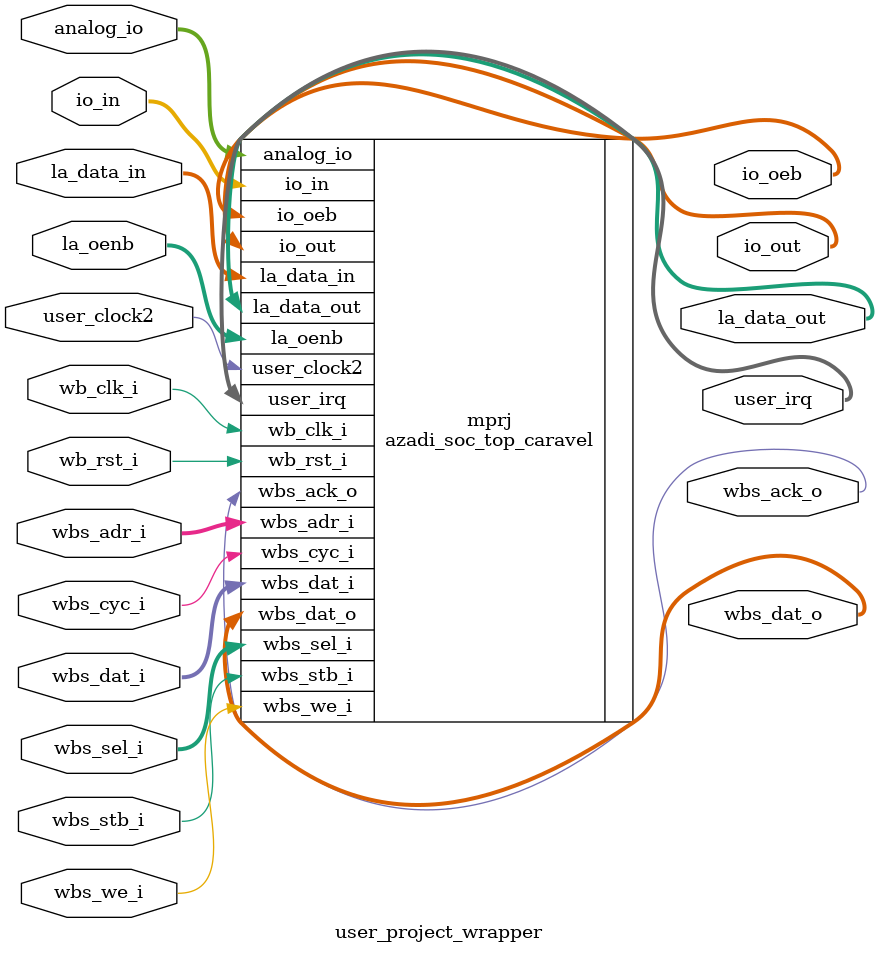
<source format=v>

`default_nettype none
/*
 *-------------------------------------------------------------
 *
 * user_project_wrapper
 *
 * This wrapper enumerates all of the pins available to the
 * user for the user project.
 *
 * An example user project is provided in this wrapper.  The
 * example should be removed and replaced with the actual
 * user project.
 *
 *-------------------------------------------------------------
 */
`define MPRJ_IO_PADS 38
module user_project_wrapper (
  `ifdef USE_POWER_PINS
      inout vdda1,	// User area 1 3.3V supply
      inout vdda2,	// User area 2 3.3V supply
      inout vssa1,	// User area 1 analog ground
      inout vssa2,	// User area 2 analog ground
      inout vccd1,	// User area 1 1.8V supply
      inout vccd2,	// User area 2 1.8v supply
      inout vssd1,	// User area 1 digital ground
      inout vssd2,	// User area 2 digital ground
  `endif

    // Wishbone Slave ports (WB MI A)
    input         wb_clk_i,
    input         wb_rst_i,
    input         wbs_stb_i,
    input         wbs_cyc_i,
    input         wbs_we_i,
    input [3:0]   wbs_sel_i,
    input [31:0]  wbs_dat_i,
    input [31:0]  wbs_adr_i,
    output        wbs_ack_o,
    output [31:0] wbs_dat_o,

    // Logic Analyzer Signals
    input  [127:0] la_data_in,
    output [127:0] la_data_out,
    input  [127:0] la_oenb,

    // IOs, MPRJ_IO_PADS = 38
    input  [`MPRJ_IO_PADS-1:0] io_in,  
    output [`MPRJ_IO_PADS-1:0] io_out,
    output [`MPRJ_IO_PADS-1:0] io_oeb,

    // Analog (direct connection to GPIO pad---use with caution)
    // Note that analog I/O is not available on the 7 lowest-numbered
    // GPIO pads, and so the analog_io indexing is offset from the
    // GPIO indexing by 7 (also upper 2 GPIOs do not have analog_io).
    inout [`MPRJ_IO_PADS-10:0] analog_io,

    // Independent clock (on independent integer divider)
    input   user_clock2,

    // User maskable interrupt signals
    output [2:0] user_irq
);

azadi_soc_top_caravel
 mprj (
  `ifdef USE_POWER_PINS	
      .VPWR(vccd1),	 // User area 1 1.8V power
      .VGND(vssd1),  // User area 1 digital ground		
  `endif
    .wb_clk_i    (wb_clk_i),
    .wb_rst_i    (wb_rst_i),
    .wbs_stb_i   (wbs_stb_i),
    .wbs_cyc_i   (wbs_cyc_i),
    .wbs_we_i    (wbs_we_i),
    .wbs_sel_i   (wbs_sel_i),
    .wbs_dat_i   (wbs_dat_i),
    .wbs_adr_i   (wbs_adr_i),
    .wbs_ack_o   (wbs_ack_o),
    .wbs_dat_o   (wbs_dat_o),
    .la_data_in  (la_data_in),
    .la_data_out (la_data_out),
    .la_oenb     (la_oenb),
    .io_in       (io_in),  
    .io_out      (io_out),
    .io_oeb      (io_oeb),
    .analog_io   (analog_io),
    .user_clock2 (user_clock2),
    .user_irq    (user_irq)
);
endmodule

</source>
